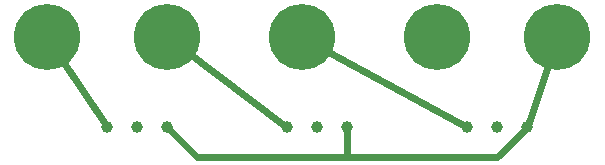
<source format=gtl>
G04 MADE WITH FRITZING*
G04 WWW.FRITZING.ORG*
G04 DOUBLE SIDED*
G04 HOLES PLATED*
G04 CONTOUR ON CENTER OF CONTOUR VECTOR*
%ASAXBY*%
%FSLAX23Y23*%
%MOIN*%
%OFA0B0*%
%SFA1.0B1.0*%
%ADD10C,0.220473*%
%ADD11C,0.039370*%
%ADD12C,0.024000*%
%LNCOPPER1*%
G90*
G70*
G54D10*
X1459Y625D03*
X1009Y625D03*
X559Y625D03*
X159Y625D03*
X1859Y625D03*
G54D11*
X559Y325D03*
X459Y325D03*
X359Y325D03*
X959Y325D03*
X1159Y325D03*
X1059Y325D03*
X1659Y325D03*
X1759Y325D03*
X1559Y325D03*
G54D12*
X1834Y550D02*
X1761Y333D01*
D02*
X202Y560D02*
X354Y332D01*
D02*
X622Y578D02*
X952Y330D01*
D02*
X1078Y587D02*
X1552Y329D01*
D02*
X1658Y224D02*
X1158Y224D01*
D02*
X1158Y224D02*
X1158Y317D01*
D02*
X1753Y320D02*
X1658Y224D01*
D02*
X1158Y224D02*
X659Y224D01*
D02*
X659Y224D02*
X564Y320D01*
D02*
X1158Y317D02*
X1158Y224D01*
G04 End of Copper1*
M02*
</source>
